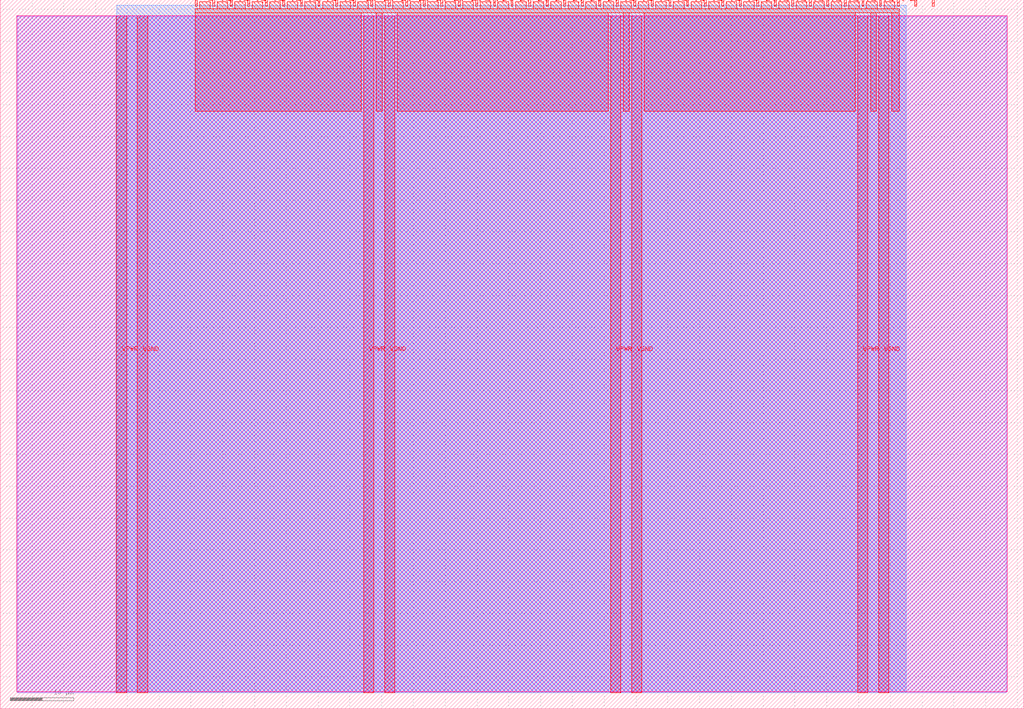
<source format=lef>
VERSION 5.7 ;
  NOWIREEXTENSIONATPIN ON ;
  DIVIDERCHAR "/" ;
  BUSBITCHARS "[]" ;
MACRO tt_um_wokwi_413919972072132609
  CLASS BLOCK ;
  FOREIGN tt_um_wokwi_413919972072132609 ;
  ORIGIN 0.000 0.000 ;
  SIZE 161.000 BY 111.520 ;
  PIN VGND
    DIRECTION INOUT ;
    USE GROUND ;
    PORT
      LAYER met4 ;
        RECT 21.580 2.480 23.180 109.040 ;
    END
    PORT
      LAYER met4 ;
        RECT 60.450 2.480 62.050 109.040 ;
    END
    PORT
      LAYER met4 ;
        RECT 99.320 2.480 100.920 109.040 ;
    END
    PORT
      LAYER met4 ;
        RECT 138.190 2.480 139.790 109.040 ;
    END
  END VGND
  PIN VPWR
    DIRECTION INOUT ;
    USE POWER ;
    PORT
      LAYER met4 ;
        RECT 18.280 2.480 19.880 109.040 ;
    END
    PORT
      LAYER met4 ;
        RECT 57.150 2.480 58.750 109.040 ;
    END
    PORT
      LAYER met4 ;
        RECT 96.020 2.480 97.620 109.040 ;
    END
    PORT
      LAYER met4 ;
        RECT 134.890 2.480 136.490 109.040 ;
    END
  END VPWR
  PIN clk
    DIRECTION INPUT ;
    USE SIGNAL ;
    PORT
      LAYER met4 ;
        RECT 143.830 110.520 144.130 111.520 ;
    END
  END clk
  PIN ena
    DIRECTION INPUT ;
    USE SIGNAL ;
    PORT
      LAYER met4 ;
        RECT 146.590 110.520 146.890 111.520 ;
    END
  END ena
  PIN rst_n
    DIRECTION INPUT ;
    USE SIGNAL ;
    ANTENNAGATEAREA 0.196500 ;
    PORT
      LAYER met4 ;
        RECT 141.070 110.520 141.370 111.520 ;
    END
  END rst_n
  PIN ui_in[0]
    DIRECTION INPUT ;
    USE SIGNAL ;
    ANTENNAGATEAREA 0.196500 ;
    PORT
      LAYER met4 ;
        RECT 138.310 110.520 138.610 111.520 ;
    END
  END ui_in[0]
  PIN ui_in[1]
    DIRECTION INPUT ;
    USE SIGNAL ;
    ANTENNAGATEAREA 0.213000 ;
    PORT
      LAYER met4 ;
        RECT 135.550 110.520 135.850 111.520 ;
    END
  END ui_in[1]
  PIN ui_in[2]
    DIRECTION INPUT ;
    USE SIGNAL ;
    ANTENNAGATEAREA 0.196500 ;
    PORT
      LAYER met4 ;
        RECT 132.790 110.520 133.090 111.520 ;
    END
  END ui_in[2]
  PIN ui_in[3]
    DIRECTION INPUT ;
    USE SIGNAL ;
    ANTENNAGATEAREA 0.196500 ;
    PORT
      LAYER met4 ;
        RECT 130.030 110.520 130.330 111.520 ;
    END
  END ui_in[3]
  PIN ui_in[4]
    DIRECTION INPUT ;
    USE SIGNAL ;
    ANTENNAGATEAREA 0.196500 ;
    PORT
      LAYER met4 ;
        RECT 127.270 110.520 127.570 111.520 ;
    END
  END ui_in[4]
  PIN ui_in[5]
    DIRECTION INPUT ;
    USE SIGNAL ;
    ANTENNAGATEAREA 0.159000 ;
    PORT
      LAYER met4 ;
        RECT 124.510 110.520 124.810 111.520 ;
    END
  END ui_in[5]
  PIN ui_in[6]
    DIRECTION INPUT ;
    USE SIGNAL ;
    ANTENNAGATEAREA 0.159000 ;
    PORT
      LAYER met4 ;
        RECT 121.750 110.520 122.050 111.520 ;
    END
  END ui_in[6]
  PIN ui_in[7]
    DIRECTION INPUT ;
    USE SIGNAL ;
    ANTENNAGATEAREA 0.159000 ;
    PORT
      LAYER met4 ;
        RECT 118.990 110.520 119.290 111.520 ;
    END
  END ui_in[7]
  PIN uio_in[0]
    DIRECTION INPUT ;
    USE SIGNAL ;
    PORT
      LAYER met4 ;
        RECT 116.230 110.520 116.530 111.520 ;
    END
  END uio_in[0]
  PIN uio_in[1]
    DIRECTION INPUT ;
    USE SIGNAL ;
    PORT
      LAYER met4 ;
        RECT 113.470 110.520 113.770 111.520 ;
    END
  END uio_in[1]
  PIN uio_in[2]
    DIRECTION INPUT ;
    USE SIGNAL ;
    PORT
      LAYER met4 ;
        RECT 110.710 110.520 111.010 111.520 ;
    END
  END uio_in[2]
  PIN uio_in[3]
    DIRECTION INPUT ;
    USE SIGNAL ;
    PORT
      LAYER met4 ;
        RECT 107.950 110.520 108.250 111.520 ;
    END
  END uio_in[3]
  PIN uio_in[4]
    DIRECTION INPUT ;
    USE SIGNAL ;
    PORT
      LAYER met4 ;
        RECT 105.190 110.520 105.490 111.520 ;
    END
  END uio_in[4]
  PIN uio_in[5]
    DIRECTION INPUT ;
    USE SIGNAL ;
    PORT
      LAYER met4 ;
        RECT 102.430 110.520 102.730 111.520 ;
    END
  END uio_in[5]
  PIN uio_in[6]
    DIRECTION INPUT ;
    USE SIGNAL ;
    PORT
      LAYER met4 ;
        RECT 99.670 110.520 99.970 111.520 ;
    END
  END uio_in[6]
  PIN uio_in[7]
    DIRECTION INPUT ;
    USE SIGNAL ;
    PORT
      LAYER met4 ;
        RECT 96.910 110.520 97.210 111.520 ;
    END
  END uio_in[7]
  PIN uio_oe[0]
    DIRECTION OUTPUT ;
    USE SIGNAL ;
    PORT
      LAYER met4 ;
        RECT 49.990 110.520 50.290 111.520 ;
    END
  END uio_oe[0]
  PIN uio_oe[1]
    DIRECTION OUTPUT ;
    USE SIGNAL ;
    PORT
      LAYER met4 ;
        RECT 47.230 110.520 47.530 111.520 ;
    END
  END uio_oe[1]
  PIN uio_oe[2]
    DIRECTION OUTPUT ;
    USE SIGNAL ;
    PORT
      LAYER met4 ;
        RECT 44.470 110.520 44.770 111.520 ;
    END
  END uio_oe[2]
  PIN uio_oe[3]
    DIRECTION OUTPUT ;
    USE SIGNAL ;
    PORT
      LAYER met4 ;
        RECT 41.710 110.520 42.010 111.520 ;
    END
  END uio_oe[3]
  PIN uio_oe[4]
    DIRECTION OUTPUT ;
    USE SIGNAL ;
    PORT
      LAYER met4 ;
        RECT 38.950 110.520 39.250 111.520 ;
    END
  END uio_oe[4]
  PIN uio_oe[5]
    DIRECTION OUTPUT ;
    USE SIGNAL ;
    PORT
      LAYER met4 ;
        RECT 36.190 110.520 36.490 111.520 ;
    END
  END uio_oe[5]
  PIN uio_oe[6]
    DIRECTION OUTPUT ;
    USE SIGNAL ;
    PORT
      LAYER met4 ;
        RECT 33.430 110.520 33.730 111.520 ;
    END
  END uio_oe[6]
  PIN uio_oe[7]
    DIRECTION OUTPUT ;
    USE SIGNAL ;
    PORT
      LAYER met4 ;
        RECT 30.670 110.520 30.970 111.520 ;
    END
  END uio_oe[7]
  PIN uio_out[0]
    DIRECTION OUTPUT ;
    USE SIGNAL ;
    PORT
      LAYER met4 ;
        RECT 72.070 110.520 72.370 111.520 ;
    END
  END uio_out[0]
  PIN uio_out[1]
    DIRECTION OUTPUT ;
    USE SIGNAL ;
    PORT
      LAYER met4 ;
        RECT 69.310 110.520 69.610 111.520 ;
    END
  END uio_out[1]
  PIN uio_out[2]
    DIRECTION OUTPUT ;
    USE SIGNAL ;
    PORT
      LAYER met4 ;
        RECT 66.550 110.520 66.850 111.520 ;
    END
  END uio_out[2]
  PIN uio_out[3]
    DIRECTION OUTPUT ;
    USE SIGNAL ;
    PORT
      LAYER met4 ;
        RECT 63.790 110.520 64.090 111.520 ;
    END
  END uio_out[3]
  PIN uio_out[4]
    DIRECTION OUTPUT ;
    USE SIGNAL ;
    PORT
      LAYER met4 ;
        RECT 61.030 110.520 61.330 111.520 ;
    END
  END uio_out[4]
  PIN uio_out[5]
    DIRECTION OUTPUT ;
    USE SIGNAL ;
    PORT
      LAYER met4 ;
        RECT 58.270 110.520 58.570 111.520 ;
    END
  END uio_out[5]
  PIN uio_out[6]
    DIRECTION OUTPUT ;
    USE SIGNAL ;
    PORT
      LAYER met4 ;
        RECT 55.510 110.520 55.810 111.520 ;
    END
  END uio_out[6]
  PIN uio_out[7]
    DIRECTION OUTPUT ;
    USE SIGNAL ;
    PORT
      LAYER met4 ;
        RECT 52.750 110.520 53.050 111.520 ;
    END
  END uio_out[7]
  PIN uo_out[0]
    DIRECTION OUTPUT ;
    USE SIGNAL ;
    ANTENNADIFFAREA 0.795200 ;
    PORT
      LAYER met4 ;
        RECT 94.150 110.520 94.450 111.520 ;
    END
  END uo_out[0]
  PIN uo_out[1]
    DIRECTION OUTPUT ;
    USE SIGNAL ;
    ANTENNADIFFAREA 0.795200 ;
    PORT
      LAYER met4 ;
        RECT 91.390 110.520 91.690 111.520 ;
    END
  END uo_out[1]
  PIN uo_out[2]
    DIRECTION OUTPUT ;
    USE SIGNAL ;
    ANTENNADIFFAREA 0.445500 ;
    PORT
      LAYER met4 ;
        RECT 88.630 110.520 88.930 111.520 ;
    END
  END uo_out[2]
  PIN uo_out[3]
    DIRECTION OUTPUT ;
    USE SIGNAL ;
    ANTENNADIFFAREA 0.445500 ;
    PORT
      LAYER met4 ;
        RECT 85.870 110.520 86.170 111.520 ;
    END
  END uo_out[3]
  PIN uo_out[4]
    DIRECTION OUTPUT ;
    USE SIGNAL ;
    ANTENNADIFFAREA 0.445500 ;
    PORT
      LAYER met4 ;
        RECT 83.110 110.520 83.410 111.520 ;
    END
  END uo_out[4]
  PIN uo_out[5]
    DIRECTION OUTPUT ;
    USE SIGNAL ;
    ANTENNADIFFAREA 0.445500 ;
    PORT
      LAYER met4 ;
        RECT 80.350 110.520 80.650 111.520 ;
    END
  END uo_out[5]
  PIN uo_out[6]
    DIRECTION OUTPUT ;
    USE SIGNAL ;
    ANTENNADIFFAREA 0.445500 ;
    PORT
      LAYER met4 ;
        RECT 77.590 110.520 77.890 111.520 ;
    END
  END uo_out[6]
  PIN uo_out[7]
    DIRECTION OUTPUT ;
    USE SIGNAL ;
    ANTENNADIFFAREA 0.445500 ;
    PORT
      LAYER met4 ;
        RECT 74.830 110.520 75.130 111.520 ;
    END
  END uo_out[7]
  OBS
      LAYER nwell ;
        RECT 2.570 2.635 158.430 108.990 ;
      LAYER li1 ;
        RECT 2.760 2.635 158.240 108.885 ;
      LAYER met1 ;
        RECT 2.760 2.480 158.240 109.040 ;
      LAYER met2 ;
        RECT 18.310 2.535 142.510 110.685 ;
      LAYER met3 ;
        RECT 18.290 2.555 142.535 110.665 ;
      LAYER met4 ;
        RECT 31.370 110.120 33.030 111.170 ;
        RECT 34.130 110.120 35.790 111.170 ;
        RECT 36.890 110.120 38.550 111.170 ;
        RECT 39.650 110.120 41.310 111.170 ;
        RECT 42.410 110.120 44.070 111.170 ;
        RECT 45.170 110.120 46.830 111.170 ;
        RECT 47.930 110.120 49.590 111.170 ;
        RECT 50.690 110.120 52.350 111.170 ;
        RECT 53.450 110.120 55.110 111.170 ;
        RECT 56.210 110.120 57.870 111.170 ;
        RECT 58.970 110.120 60.630 111.170 ;
        RECT 61.730 110.120 63.390 111.170 ;
        RECT 64.490 110.120 66.150 111.170 ;
        RECT 67.250 110.120 68.910 111.170 ;
        RECT 70.010 110.120 71.670 111.170 ;
        RECT 72.770 110.120 74.430 111.170 ;
        RECT 75.530 110.120 77.190 111.170 ;
        RECT 78.290 110.120 79.950 111.170 ;
        RECT 81.050 110.120 82.710 111.170 ;
        RECT 83.810 110.120 85.470 111.170 ;
        RECT 86.570 110.120 88.230 111.170 ;
        RECT 89.330 110.120 90.990 111.170 ;
        RECT 92.090 110.120 93.750 111.170 ;
        RECT 94.850 110.120 96.510 111.170 ;
        RECT 97.610 110.120 99.270 111.170 ;
        RECT 100.370 110.120 102.030 111.170 ;
        RECT 103.130 110.120 104.790 111.170 ;
        RECT 105.890 110.120 107.550 111.170 ;
        RECT 108.650 110.120 110.310 111.170 ;
        RECT 111.410 110.120 113.070 111.170 ;
        RECT 114.170 110.120 115.830 111.170 ;
        RECT 116.930 110.120 118.590 111.170 ;
        RECT 119.690 110.120 121.350 111.170 ;
        RECT 122.450 110.120 124.110 111.170 ;
        RECT 125.210 110.120 126.870 111.170 ;
        RECT 127.970 110.120 129.630 111.170 ;
        RECT 130.730 110.120 132.390 111.170 ;
        RECT 133.490 110.120 135.150 111.170 ;
        RECT 136.250 110.120 137.910 111.170 ;
        RECT 139.010 110.120 140.670 111.170 ;
        RECT 30.655 109.440 141.385 110.120 ;
        RECT 30.655 94.015 56.750 109.440 ;
        RECT 59.150 94.015 60.050 109.440 ;
        RECT 62.450 94.015 95.620 109.440 ;
        RECT 98.020 94.015 98.920 109.440 ;
        RECT 101.320 94.015 134.490 109.440 ;
        RECT 136.890 94.015 137.790 109.440 ;
        RECT 140.190 94.015 141.385 109.440 ;
  END
END tt_um_wokwi_413919972072132609
END LIBRARY


</source>
